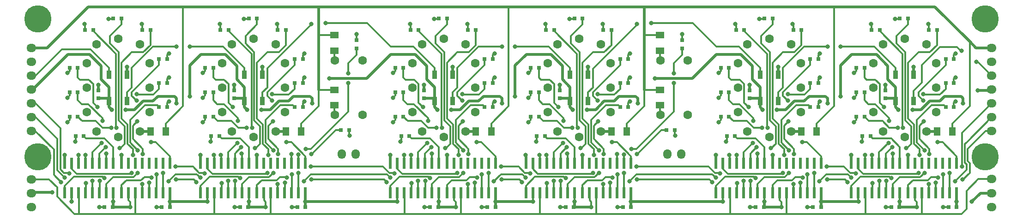
<source format=gbr>
G04 DipTrace 3.1.0.1*
G04 Top-Clock-IN12c.Top.gbr*
%MOIN*%
G04 #@! TF.FileFunction,Copper,L1,Top*
G04 #@! TF.Part,Single*
G04 #@! TA.AperFunction,Conductor*
%ADD14C,0.011811*%
%ADD15C,0.019685*%
%ADD17R,0.031496X0.031496*%
%ADD19R,0.035433X0.059055*%
G04 #@! TA.AperFunction,ComponentPad*
%ADD20O,0.07X0.06*%
%ADD21O,0.06X0.07*%
%ADD23C,0.062992*%
%ADD25C,0.19685*%
%ADD30R,0.047244X0.062992*%
%ADD31R,0.062992X0.047244*%
%ADD32R,0.023622X0.07874*%
G04 #@! TA.AperFunction,ViaPad*
%ADD33C,0.031496*%
%FSLAX26Y26*%
G04*
G70*
G90*
G75*
G01*
G04 Top*
%LPD*%
X1013307Y585354D2*
D14*
Y649528D1*
X1063307Y699528D1*
X1208976D1*
X1240472Y731024D1*
X1382205Y1219213D2*
X1394016Y1207402D1*
X1240472Y894016D2*
X1185354Y949134D1*
Y1114488D1*
X1291654Y1220787D1*
X1380630D1*
X1394016Y1207402D1*
X1063307Y797953D2*
Y916063D1*
X1000315Y979055D1*
X866457D1*
X850709Y994803D1*
X1013307Y797953D2*
Y867638D1*
X1012126Y868819D1*
X1047559Y1055433D2*
X986929D1*
X937323Y1105039D1*
X838898D1*
X807402Y1136535D1*
X963307Y797953D2*
Y871181D1*
X1008189Y916063D1*
X984567Y1106614D2*
Y1126299D1*
X883780Y1227087D1*
X834961D1*
X807402Y1254646D1*
Y1313701D1*
X913307Y797953D2*
Y880236D1*
X980630Y947559D1*
X949134Y1205039D2*
X917638Y1236535D1*
Y1372756D1*
X886142Y1404252D1*
X823150D1*
X807402Y1420000D1*
Y1490866D1*
X863307Y797953D2*
Y860945D1*
X862520D1*
X1086929Y1055433D2*
X1082992D1*
Y1590866D1*
X917638Y1756220D1*
Y1762520D1*
X813307Y797953D2*
Y858976D1*
X811339Y860945D1*
X1108583Y910157D2*
X1114882D1*
X1145984Y941260D1*
Y1065669D1*
X1102677Y1108976D1*
Y1602677D1*
X1039685Y1665669D1*
Y1719213D1*
X1122362Y1801890D1*
Y1845197D1*
X763307Y797953D2*
Y759370D1*
X799528Y723150D1*
X1189291D1*
X1197165Y731024D1*
X1205039Y860945D2*
Y901890D1*
X1165669Y941260D1*
Y1079055D1*
X1122362Y1122362D1*
Y1527874D1*
X1197165Y1602677D1*
X1279843D1*
X1331024Y1653858D1*
Y1762520D1*
X1422756Y585354D2*
Y729843D1*
X1421575Y731024D1*
X1275906Y864882D2*
Y904252D1*
X1205039Y975118D1*
Y1071181D1*
X1236535Y1102677D1*
X1232598Y1252283D2*
X1197165Y1287717D1*
Y1313701D1*
X1394016Y1510551D1*
Y1553858D1*
X1334961Y951496D2*
X1370394D1*
X1472756Y849134D1*
Y797953D1*
X1232598Y1299528D2*
Y1295591D1*
X1352283D1*
X1394016Y1337323D1*
Y1380630D1*
X1453071Y1207402D2*
Y1234961D1*
X1464882Y1246772D1*
X791654Y994803D2*
Y959370D1*
X787717Y955433D1*
X748346Y1136535D2*
Y1112913D1*
X732598Y1097165D1*
X748346Y1313701D2*
Y1290079D1*
X732598Y1274331D1*
X748346Y1490866D2*
Y1467244D1*
X732598Y1451496D1*
X858583Y1762520D2*
Y1801890D1*
X854646Y1805827D1*
X1063307Y1845197D2*
Y1842835D1*
X1027874D1*
X1271969Y1762520D2*
Y1801890D1*
X1268031Y1805827D1*
X1453071Y1553858D2*
Y1581417D1*
X1464882Y1593228D1*
X1453071Y1380630D2*
Y1408189D1*
X1464882Y1420000D1*
X472756Y1231417D2*
X501496D1*
X681417Y1051496D1*
Y754646D1*
X705039Y731024D1*
X740472D1*
X744409Y727087D1*
X740472Y731024D2*
D3*
X964882Y671969D2*
Y586929D1*
X963307Y585354D1*
X713307Y797953D2*
D15*
Y860945D1*
X712913D1*
D14*
Y798346D1*
X713307Y797953D1*
X1122756D2*
D15*
Y860945D1*
X1122362D1*
X960945Y484567D2*
D14*
X1000315D1*
X1413701D2*
X1374331D1*
X1161732Y1441260D2*
D15*
Y1496378D1*
X957008Y1327087D2*
Y1366457D1*
X1938898Y484567D2*
D14*
X1978268D1*
X2391654D2*
X2352283D1*
X1691260Y797953D2*
D15*
Y860945D1*
X1690866D1*
D14*
Y798346D1*
X1691260Y797953D1*
X2100709D2*
D15*
Y860945D1*
X2100315D1*
X2139685Y1441260D2*
Y1496378D1*
X1934961Y1327087D2*
Y1366457D1*
X3310551Y484567D2*
D14*
X3349921D1*
X3763307D2*
X3723937D1*
X3062913Y797953D2*
D15*
Y860945D1*
X3062520D1*
D14*
Y798346D1*
X3062913Y797953D1*
X3472362D2*
D15*
Y860945D1*
X3471969D1*
X3511339Y1441260D2*
Y1496378D1*
X3306614Y1327087D2*
Y1366457D1*
X4288504Y484567D2*
D14*
X4327874D1*
X4741260D2*
X4701890D1*
X4040866Y797953D2*
D15*
Y860945D1*
X4040472D1*
D14*
Y798346D1*
X4040866Y797953D1*
X4450315D2*
D15*
Y860945D1*
X4449921D1*
X4489291Y1441260D2*
Y1496378D1*
X4284567Y1327087D2*
Y1366457D1*
X5660157Y484567D2*
D14*
X5699528D1*
X6112913D2*
X6073543D1*
X5412520Y797953D2*
D15*
Y860945D1*
X5412126D1*
D14*
Y798346D1*
X5412520Y797953D1*
X5821969D2*
D15*
Y860945D1*
X5821575D1*
X5860945Y1441260D2*
Y1496378D1*
X5656220Y1327087D2*
Y1366457D1*
X6638110Y484567D2*
D14*
X6677480D1*
X7090866D2*
X7051496D1*
X6390472Y797953D2*
D15*
Y860945D1*
X6390079D1*
D14*
Y798346D1*
X6390472Y797953D1*
X6799921D2*
D15*
Y860945D1*
X6799528D1*
X6838898Y1441260D2*
Y1496378D1*
X6634173Y1327087D2*
Y1366457D1*
X2100709Y585354D2*
D14*
Y642441D1*
X2135748Y677480D1*
X2242047D1*
X2265669Y701102D1*
X2312913D1*
X2316850Y697165D1*
X3314488Y671969D2*
Y586929D1*
X3312913Y585354D1*
X2490079Y775906D2*
X3009764D1*
X3054646Y731024D1*
X3090079D1*
X3094016Y727087D1*
X3090079Y731024D2*
D3*
X1122756Y585354D2*
Y642441D1*
X1157795Y677480D1*
X1264094D1*
X1287717Y701102D1*
X1334961D1*
X1338898Y697165D1*
X1942835Y671969D2*
Y586929D1*
X1941260Y585354D1*
X1512126Y775906D2*
X1638110D1*
X1682992Y731024D1*
X1718425D1*
X1722362Y727087D1*
X1718425Y731024D2*
D3*
X472756Y1631417D2*
D15*
X584173D1*
X882205Y1929449D1*
X1567244D1*
X2545197D1*
X3915823D1*
X4155827D1*
D14*
X4159370Y1932992D1*
X1441260Y1030236D2*
Y1086929D1*
X1567244Y1212913D1*
Y1929449D1*
X2419213Y1030236D2*
Y1086929D1*
X2545197Y1212913D1*
Y1331024D1*
D15*
Y1724724D1*
Y1929449D1*
X2660157Y1724724D2*
D14*
X2545197D1*
X2660157Y1331024D2*
X2545197D1*
X4155827Y1929449D2*
D15*
X4894803D1*
Y1724724D1*
Y1331024D1*
D14*
Y1212913D1*
X4768819Y1086929D1*
Y1030236D1*
X5009764Y1331024D2*
X4894803D1*
X5009764Y1724724D2*
X4894803D1*
X3915823Y1929449D2*
Y1211886D1*
X3790866Y1086929D1*
Y1030236D1*
X6140472D2*
Y1086929D1*
X6265429Y1211886D1*
Y1929449D1*
D15*
X6993871D1*
X7244409Y1678911D1*
X7289147Y1634173D1*
X7399134D1*
D14*
X7401890Y1631417D1*
X4894803Y1929449D2*
D15*
X6265429D1*
X7118425Y1030236D2*
D14*
Y1086929D1*
X7244409Y1212913D1*
Y1678911D1*
X2308976Y1030236D2*
D15*
X2234173D1*
X1331024D2*
X1256220D1*
X472756Y1431417D2*
D14*
X502283D1*
X693228Y1622362D1*
X897953D1*
X1031811Y1488504D1*
Y1441260D1*
X2139685Y1248346D2*
Y1311339D1*
X2175118Y1346772D1*
Y1486142D1*
X2496378Y1807402D1*
X2492441D1*
X2594803Y1811339D2*
X2895732D1*
X3065024Y1642047D1*
X3227874D1*
X3381417Y1488504D1*
Y1441260D1*
X1161732Y1248346D2*
Y1311339D1*
X1197165Y1346772D1*
Y1488504D1*
X1350709Y1642047D1*
X1520000D1*
X1614488D2*
X1856220D1*
X2009764Y1488504D1*
Y1441260D1*
X1991260Y585354D2*
Y649528D1*
X2041260Y699528D1*
X2186929D1*
X2218425Y731024D1*
X2360157Y1219213D2*
X2371969Y1207402D1*
X2218425Y894016D2*
X2163307Y949134D1*
Y1114488D1*
X2269606Y1220787D1*
X2358583D1*
X2371969Y1207402D1*
X2041260Y797953D2*
Y916063D1*
X1978268Y979055D1*
X1844409D1*
X1828661Y994803D1*
X1991260Y797953D2*
Y867638D1*
X1990079Y868819D1*
X2025512Y1055433D2*
X1964882D1*
X1915276Y1105039D1*
X1816850D1*
X1785354Y1136535D1*
X1941260Y797953D2*
Y871181D1*
X1986142Y916063D1*
X1962520Y1106614D2*
Y1126299D1*
X1861732Y1227087D1*
X1812913D1*
X1785354Y1254646D1*
Y1313701D1*
X1891260Y797953D2*
Y880236D1*
X1958583Y947559D1*
X1927087Y1205039D2*
X1895591Y1236535D1*
Y1372756D1*
X1864094Y1404252D1*
X1801102D1*
X1785354Y1420000D1*
Y1490866D1*
X1841260Y797953D2*
Y860945D1*
X1840472D1*
X2064882Y1055433D2*
X2060945D1*
Y1590866D1*
X1895591Y1756220D1*
Y1762520D1*
X1791260Y797953D2*
Y858976D1*
X1789291Y860945D1*
X2086535Y910157D2*
X2092835D1*
X2123937Y941260D1*
Y1065669D1*
X2080630Y1108976D1*
Y1602677D1*
X2017638Y1665669D1*
Y1719213D1*
X2100315Y1801890D1*
Y1845197D1*
X1741260Y797953D2*
Y759370D1*
X1777480Y723150D1*
X2167244D1*
X2175118Y731024D1*
X2182992Y860945D2*
Y901890D1*
X2143622Y941260D1*
Y1079055D1*
X2100315Y1122362D1*
Y1527874D1*
X2175118Y1602677D1*
X2257795D1*
X2308976Y1653858D1*
Y1762520D1*
X2400709Y585354D2*
Y729843D1*
X2399528Y731024D1*
X2253858Y864882D2*
Y904252D1*
X2182992Y975118D1*
Y1071181D1*
X2214488Y1102677D1*
X2210551Y1252283D2*
X2175118Y1287717D1*
Y1313701D1*
X2371969Y1510551D1*
Y1553858D1*
X2312913Y951496D2*
X2348346D1*
X2450709Y849134D1*
Y797953D1*
X2210551Y1299528D2*
Y1295591D1*
X2330236D1*
X2371969Y1337323D1*
Y1380630D1*
X2431024Y1207402D2*
Y1234961D1*
X2442835Y1246772D1*
X1769606Y994803D2*
Y959370D1*
X1765669Y955433D1*
X1726299Y1136535D2*
Y1112913D1*
X1710551Y1097165D1*
X1726299Y1313701D2*
Y1290079D1*
X1710551Y1274331D1*
X1726299Y1490866D2*
Y1467244D1*
X1710551Y1451496D1*
X1836535Y1762520D2*
Y1801890D1*
X1832598Y1805827D1*
X2041260Y1845197D2*
Y1842835D1*
X2005827D1*
X2249921Y1762520D2*
Y1801890D1*
X2245984Y1805827D1*
X2431024Y1553858D2*
Y1581417D1*
X2442835Y1593228D1*
X2431024Y1380630D2*
Y1408189D1*
X2442835Y1420000D1*
X3362913Y585354D2*
Y649528D1*
X3412913Y699528D1*
X3558583D1*
X3590079Y731024D1*
X3731811Y1219213D2*
X3743622Y1207402D1*
X3590079Y894016D2*
X3534961Y949134D1*
Y1114488D1*
X3641260Y1220787D1*
X3730236D1*
X3743622Y1207402D1*
X3412913Y797953D2*
Y916063D1*
X3349921Y979055D1*
X3216063D1*
X3200315Y994803D1*
X3362913Y797953D2*
Y867638D1*
X3361732Y868819D1*
X3397165Y1055433D2*
X3336535D1*
X3286929Y1105039D1*
X3188504D1*
X3157008Y1136535D1*
X3312913Y797953D2*
Y871181D1*
X3357795Y916063D1*
X3334173Y1106614D2*
Y1126299D1*
X3233386Y1227087D1*
X3184567D1*
X3157008Y1254646D1*
Y1313701D1*
X3262913Y797953D2*
Y880236D1*
X3330236Y947559D1*
X3298740Y1205039D2*
X3267244Y1236535D1*
Y1372756D1*
X3235748Y1404252D1*
X3172756D1*
X3157008Y1420000D1*
Y1490866D1*
X4450315Y585354D2*
Y642441D1*
X4485354Y677480D1*
X4591654D1*
X4615276Y701102D1*
X4662520D1*
X4666457Y697165D1*
X5664094Y671969D2*
Y586929D1*
X5662520Y585354D1*
X4839685Y775906D2*
X5359370D1*
X5404252Y731024D1*
X5439685D1*
X5443622Y727087D1*
X5439685Y731024D2*
D3*
X3212913Y797953D2*
Y860945D1*
X3212126D1*
X3436535Y1055433D2*
X3432598D1*
Y1590866D1*
X3267244Y1756220D1*
Y1762520D1*
X3162913Y797953D2*
Y858976D1*
X3160945Y860945D1*
X3458189Y910157D2*
X3464488D1*
X3495591Y941260D1*
Y1065669D1*
X3452283Y1108976D1*
Y1602677D1*
X3389291Y1665669D1*
Y1719213D1*
X3471969Y1801890D1*
Y1845197D1*
X3112913Y797953D2*
Y759370D1*
X3149134Y723150D1*
X3538898D1*
X3546772Y731024D1*
X3554646Y860945D2*
Y901890D1*
X3515276Y941260D1*
Y1079055D1*
X3471969Y1122362D1*
Y1527874D1*
X3546772Y1602677D1*
X3629449D1*
X3680630Y1653858D1*
Y1762520D1*
X3772362Y585354D2*
Y729843D1*
X3771181Y731024D1*
X3625512Y864882D2*
Y904252D1*
X3554646Y975118D1*
Y1071181D1*
X3586142Y1102677D1*
X3582205Y1252283D2*
X3546772Y1287717D1*
Y1313701D1*
X3743622Y1510551D1*
Y1553858D1*
X1691260Y585354D2*
Y636929D1*
X1757795Y703465D1*
X1966457D1*
X1978268Y691654D1*
X2352283Y719213D2*
Y586929D1*
X2350709Y585354D1*
X3684567Y951496D2*
X3720000D1*
X3822362Y849134D1*
Y797953D1*
X3582205Y1299528D2*
Y1295591D1*
X3701890D1*
X3743622Y1337323D1*
Y1380630D1*
X3802677Y1207402D2*
Y1234961D1*
X3814488Y1246772D1*
X3141260Y994803D2*
Y959370D1*
X3137323Y955433D1*
X3097953Y1136535D2*
Y1112913D1*
X3082205Y1097165D1*
X3097953Y1313701D2*
Y1290079D1*
X3082205Y1274331D1*
X3097953Y1490866D2*
Y1467244D1*
X3082205Y1451496D1*
X3208189Y1762520D2*
Y1801890D1*
X3204252Y1805827D1*
X3412913Y1845197D2*
Y1842835D1*
X3377480D1*
X3621575Y1762520D2*
Y1801890D1*
X3617638Y1805827D1*
X3802677Y1553858D2*
Y1581417D1*
X3814488Y1593228D1*
X3802677Y1380630D2*
Y1408189D1*
X3814488Y1420000D1*
X3680630Y1030236D2*
D15*
X3605827D1*
X3472362Y585354D2*
D14*
Y642441D1*
X3507402Y677480D1*
X3613701D1*
X3637323Y701102D1*
X3684567D1*
X3688504Y697165D1*
X4292441Y671969D2*
Y586929D1*
X4290866Y585354D1*
X3861732Y775906D2*
X3987717D1*
X4032598Y731024D1*
X4068031D1*
X4071969Y727087D1*
X4068031Y731024D2*
D3*
X4658583Y1030236D2*
D15*
X4583780D1*
X3511339Y1248346D2*
D14*
Y1311339D1*
X3546772Y1346772D1*
Y1488504D1*
X3700315Y1642047D1*
X3869606D1*
X3964094D2*
X4205827D1*
X4359370Y1488504D1*
Y1441260D1*
X3062913Y585354D2*
Y636929D1*
X3129449Y703465D1*
X3338110D1*
X3349921Y691654D1*
X3723937Y719213D2*
Y586929D1*
X3722362Y585354D1*
X4340866D2*
Y649528D1*
X4390866Y699528D1*
X4536535D1*
X4568031Y731024D1*
X4709764Y1219213D2*
X4721575Y1207402D1*
X4568031Y894016D2*
X4512913Y949134D1*
Y1114488D1*
X4619213Y1220787D1*
X4708189D1*
X4721575Y1207402D1*
X4390866Y797953D2*
Y916063D1*
X4327874Y979055D1*
X4194016D1*
X4178268Y994803D1*
X4340866Y797953D2*
Y867638D1*
X4339685Y868819D1*
X4375118Y1055433D2*
X4314488D1*
X4264882Y1105039D1*
X4166457D1*
X4134961Y1136535D1*
X4290866Y797953D2*
Y871181D1*
X4335748Y916063D1*
X4312126Y1106614D2*
Y1126299D1*
X4211339Y1227087D1*
X4162520D1*
X4134961Y1254646D1*
Y1313701D1*
X2400709Y797953D2*
Y859764D1*
X2397953Y862520D1*
X2453071Y901890D2*
X2488504D1*
X2760157Y1173543D1*
Y1378268D1*
Y1449134D2*
Y1523937D1*
X2819213Y1582992D1*
Y1630236D1*
X2350709Y797953D2*
Y866457D1*
X2492441D2*
X2496378D1*
X2669606Y1039685D1*
X2707402D1*
X2660157Y1614488D2*
Y1545984D1*
X2664094Y1542047D1*
X2660157Y1220787D2*
Y1152283D1*
X2664094Y1148346D1*
X4240866Y797953D2*
Y880236D1*
X4308189Y947559D1*
X4276693Y1205039D2*
X4245197Y1236535D1*
Y1372756D1*
X4213701Y1404252D1*
X4150709D1*
X4134961Y1420000D1*
Y1490866D1*
X4190866Y797953D2*
Y860945D1*
X4190079D1*
X4414488Y1055433D2*
X4410551D1*
Y1590866D1*
X4245197Y1756220D1*
Y1762520D1*
X4140866Y797953D2*
Y858976D1*
X4138898Y860945D1*
X4436142Y910157D2*
X4442441D1*
X4473543Y941260D1*
Y1065669D1*
X4430236Y1108976D1*
Y1602677D1*
X4367244Y1665669D1*
Y1719213D1*
X4449921Y1801890D1*
Y1845197D1*
X4090866Y797953D2*
Y759370D1*
X4127087Y723150D1*
X4516850D1*
X4524724Y731024D1*
X4532598Y860945D2*
Y901890D1*
X4493228Y941260D1*
Y1079055D1*
X4449921Y1122362D1*
Y1527874D1*
X4524724Y1602677D1*
X4607402D1*
X4658583Y1653858D1*
Y1762520D1*
X4750315Y585354D2*
Y729843D1*
X4749134Y731024D1*
X4603465Y864882D2*
Y904252D1*
X4532598Y975118D1*
Y1071181D1*
X4564094Y1102677D1*
X4560157Y1252283D2*
X4524724Y1287717D1*
Y1313701D1*
X4721575Y1510551D1*
Y1553858D1*
X4662520Y951496D2*
X4697953D1*
X4800315Y849134D1*
Y797953D1*
X4560157Y1299528D2*
Y1295591D1*
X4679843D1*
X4721575Y1337323D1*
Y1380630D1*
X4780630Y1207402D2*
Y1234961D1*
X4792441Y1246772D1*
X4119213Y994803D2*
Y959370D1*
X4115276Y955433D1*
X4075906Y1136535D2*
Y1112913D1*
X4060157Y1097165D1*
X4075906Y1313701D2*
Y1290079D1*
X4060157Y1274331D1*
X4075906Y1490866D2*
Y1467244D1*
X4060157Y1451496D1*
X4186142Y1762520D2*
Y1801890D1*
X4182205Y1805827D1*
X4390866Y1845197D2*
Y1842835D1*
X4355433D1*
X4599528Y1762520D2*
Y1801890D1*
X4595591Y1805827D1*
X4780630Y1553858D2*
Y1581417D1*
X4792441Y1593228D1*
X4780630Y1380630D2*
Y1408189D1*
X4792441Y1420000D1*
X5712520Y585354D2*
Y649528D1*
X5762520Y699528D1*
X5908189D1*
X5939685Y731024D1*
X6081417Y1219213D2*
X6093228Y1207402D1*
X5939685Y894016D2*
X5884567Y949134D1*
Y1114488D1*
X5990866Y1220787D1*
X6079843D1*
X6093228Y1207402D1*
X5762520Y797953D2*
Y916063D1*
X5699528Y979055D1*
X5565669D1*
X5549921Y994803D1*
X4489291Y1248346D2*
Y1311339D1*
X4524724Y1346772D1*
Y1481417D1*
X4850709Y1807402D1*
X4842835D1*
X4945197Y1811339D2*
X5245339D1*
X5414630Y1642047D1*
X5577480D1*
X5731024Y1488504D1*
Y1441260D1*
X4040866Y585354D2*
Y636929D1*
X4107402Y703465D1*
X4316063D1*
X4327874Y691654D1*
X4701890Y719213D2*
Y586929D1*
X4700315Y585354D1*
X4750315Y797953D2*
Y859764D1*
X4747559Y862520D1*
X4802677Y901890D2*
X4838110D1*
X5109764Y1173543D1*
Y1378268D1*
Y1449134D2*
Y1523937D1*
X5168819Y1582992D1*
Y1630236D1*
X4700315Y797953D2*
Y866457D1*
X4842047D2*
X4845984D1*
X5019213Y1039685D1*
X5057008D1*
X5009764Y1614488D2*
Y1545984D1*
X5013701Y1542047D1*
X5009764Y1220787D2*
Y1152283D1*
X5013701Y1148346D1*
X5712520Y797953D2*
Y867638D1*
X5711339Y868819D1*
X5746772Y1055433D2*
X5686142D1*
X5636535Y1105039D1*
X5538110D1*
X5506614Y1136535D1*
X5662520Y797953D2*
Y871181D1*
X5707402Y916063D1*
X5683780Y1106614D2*
Y1126299D1*
X5582992Y1227087D1*
X5534173D1*
X5506614Y1254646D1*
Y1313701D1*
X2819213Y1689291D2*
Y1732598D1*
X2766457Y1039685D2*
Y1001890D1*
X2768031Y1000315D1*
X5612520Y797953D2*
Y880236D1*
X5679843Y947559D1*
X5648346Y1205039D2*
X5616850Y1236535D1*
Y1372756D1*
X5585354Y1404252D1*
X5522362D1*
X5506614Y1420000D1*
Y1490866D1*
X6799921Y585354D2*
Y642441D1*
X6834961Y677480D1*
X6941260D1*
X6964882Y701102D1*
X7012126D1*
X7016063Y697165D1*
X7189291Y775906D2*
Y1018819D1*
X7401890Y1231417D1*
X5168819Y1689291D2*
Y1732598D1*
X5116063Y1039685D2*
Y1001890D1*
X5117638Y1000315D1*
X5562520Y797953D2*
Y860945D1*
X5561732D1*
X5786142Y1055433D2*
X5782205D1*
Y1590866D1*
X5616850Y1756220D1*
Y1762520D1*
X5512520Y797953D2*
Y858976D1*
X5510551Y860945D1*
X5807795Y910157D2*
X5814094D1*
X5845197Y941260D1*
Y1065669D1*
X5801890Y1108976D1*
Y1602677D1*
X5738898Y1665669D1*
Y1719213D1*
X5821575Y1801890D1*
Y1845197D1*
X5462520Y797953D2*
Y759370D1*
X5498740Y723150D1*
X5888504D1*
X5896378Y731024D1*
X5904252Y860945D2*
Y901890D1*
X5864882Y941260D1*
Y1079055D1*
X5821575Y1122362D1*
Y1527874D1*
X5896378Y1602677D1*
X5979055D1*
X6030236Y1653858D1*
Y1762520D1*
X6121969Y585354D2*
Y729843D1*
X6120787Y731024D1*
X5975118Y864882D2*
Y904252D1*
X5904252Y975118D1*
Y1071181D1*
X5935748Y1102677D1*
X5931811Y1252283D2*
X5896378Y1287717D1*
Y1313701D1*
X6093228Y1510551D1*
Y1553858D1*
X6034173Y951496D2*
X6069606D1*
X6171969Y849134D1*
Y797953D1*
X5931811Y1299528D2*
Y1295591D1*
X6051496D1*
X6093228Y1337323D1*
Y1380630D1*
X6152283Y1207402D2*
Y1234961D1*
X6164094Y1246772D1*
X5490866Y994803D2*
Y959370D1*
X5486929Y955433D1*
X5447559Y1136535D2*
Y1112913D1*
X5431811Y1097165D1*
X5447559Y1313701D2*
Y1290079D1*
X5431811Y1274331D1*
X5447559Y1490866D2*
Y1467244D1*
X5431811Y1451496D1*
X5557795Y1762520D2*
Y1801890D1*
X5553858Y1805827D1*
X5762520Y1845197D2*
Y1842835D1*
X5727087D1*
X5971181Y1762520D2*
Y1801890D1*
X5967244Y1805827D1*
X6152283Y1553858D2*
Y1581417D1*
X6164094Y1593228D1*
X6152283Y1380630D2*
Y1408189D1*
X6164094Y1420000D1*
X6030236Y1030236D2*
D15*
X5955433D1*
X5821969Y585354D2*
D14*
Y642441D1*
X5857008Y677480D1*
X5963307D1*
X5986929Y701102D1*
X6034173D1*
X6038110Y697165D1*
X6642047Y671969D2*
Y586929D1*
X6640472Y585354D1*
X6211339Y775906D2*
X6337323D1*
X6382205Y731024D1*
X6417638D1*
X6421575Y727087D1*
X6417638Y731024D2*
D3*
X7008189Y1030236D2*
D15*
X6933386D1*
X5860945Y1248346D2*
D14*
Y1311339D1*
X5896378Y1346772D1*
Y1488504D1*
X6049921Y1642047D1*
X6219213D1*
X6313701D2*
X6555433D1*
X6708976Y1488504D1*
Y1441260D1*
X5412520Y585354D2*
Y636929D1*
X5479055Y703465D1*
X5687717D1*
X5699528Y691654D1*
X6073543Y719213D2*
Y586929D1*
X6071969Y585354D1*
X6690472D2*
Y649528D1*
X6740472Y699528D1*
X6886142D1*
X6917638Y731024D1*
X7059370Y1219213D2*
X7071181Y1207402D1*
X6917638Y894016D2*
X6862520Y949134D1*
Y1114488D1*
X6968819Y1220787D1*
X7057795D1*
X7071181Y1207402D1*
X6740472Y797953D2*
Y916063D1*
X6677480Y979055D1*
X6543622D1*
X6527874Y994803D1*
X6690472Y797953D2*
Y867638D1*
X6689291Y868819D1*
X6724724Y1055433D2*
X6664094D1*
X6614488Y1105039D1*
X6516063D1*
X6484567Y1136535D1*
X6640472Y797953D2*
Y871181D1*
X6685354Y916063D1*
X6661732Y1106614D2*
Y1126299D1*
X6560945Y1227087D1*
X6512126D1*
X6484567Y1254646D1*
Y1313701D1*
X6590472Y797953D2*
Y880236D1*
X6657795Y947559D1*
X6626299Y1205039D2*
X6594803Y1236535D1*
Y1372756D1*
X6563307Y1404252D1*
X6500315D1*
X6484567Y1420000D1*
Y1490866D1*
X6540472Y797953D2*
Y860945D1*
X6539685D1*
X6764094Y1055433D2*
X6760157D1*
Y1590866D1*
X6594803Y1756220D1*
Y1762520D1*
X6490472Y797953D2*
Y858976D1*
X6488504Y860945D1*
X6785748Y910157D2*
X6792047D1*
X6823150Y941260D1*
Y1065669D1*
X6779843Y1108976D1*
Y1602677D1*
X6716850Y1665669D1*
Y1719213D1*
X6799528Y1801890D1*
Y1845197D1*
X6440472Y797953D2*
Y759370D1*
X6476693Y723150D1*
X6866457D1*
X6874331Y731024D1*
X6882205Y860945D2*
Y901890D1*
X6842835Y941260D1*
Y1079055D1*
X6799528Y1122362D1*
Y1527874D1*
X6874331Y1602677D1*
X6957008D1*
X7008189Y1653858D1*
Y1762520D1*
X7099921Y585354D2*
Y729843D1*
X7098740Y731024D1*
X6953071Y864882D2*
Y904252D1*
X6882205Y975118D1*
Y1071181D1*
X6913701Y1102677D1*
X6909764Y1252283D2*
X6874331Y1287717D1*
Y1313701D1*
X7071181Y1510551D1*
Y1553858D1*
X7012126Y951496D2*
X7047559D1*
X7149921Y849134D1*
Y797953D1*
X6909764Y1299528D2*
Y1295591D1*
X7029449D1*
X7071181Y1337323D1*
Y1380630D1*
X7130236Y1207402D2*
Y1234961D1*
X7142047Y1246772D1*
X6468819Y994803D2*
Y959370D1*
X6464882Y955433D1*
X6425512Y1136535D2*
Y1112913D1*
X6409764Y1097165D1*
X6425512Y1313701D2*
Y1290079D1*
X6409764Y1274331D1*
X6425512Y1490866D2*
Y1467244D1*
X6409764Y1451496D1*
X6535748Y1762520D2*
Y1801890D1*
X6531811Y1805827D1*
X6740472Y1845197D2*
Y1842835D1*
X6705039D1*
X6949134Y1762520D2*
Y1801890D1*
X6945197Y1805827D1*
X7130236Y1553858D2*
Y1581417D1*
X7142047Y1593228D1*
X7130236Y1380630D2*
Y1408189D1*
X7142047Y1420000D1*
X6390472Y585354D2*
Y636929D1*
X6457008Y703465D1*
X6665669D1*
X6677480Y691654D1*
X7051496Y719213D2*
Y586929D1*
X7049921Y585354D1*
X6838898Y1248346D2*
Y1323150D1*
X6897953Y1382205D1*
Y1508189D1*
X7027874Y1638110D1*
X7153858D1*
X7177480Y1614488D1*
X7185354D1*
X7291654Y1531811D2*
X7301496D1*
X7401890Y1431417D1*
X472756Y1131417D2*
X503071D1*
X657795Y976693D1*
Y750709D1*
X712913Y695591D1*
X1323150Y660157D2*
Y585748D1*
X1322756Y585354D1*
X913701Y671969D2*
Y585748D1*
X913307Y585354D1*
X2301102Y660157D2*
Y585748D1*
X2300709Y585354D1*
X1891654Y671969D2*
Y585748D1*
X1891260Y585354D1*
X1460945Y669606D2*
X1511394Y720055D1*
X1666402D1*
X1690866Y695591D1*
X3672756Y660157D2*
Y585748D1*
X3672362Y585354D1*
X3263307Y671969D2*
Y585748D1*
X3262913Y585354D1*
X2438898Y669606D2*
X2489836Y720545D1*
X3037566D1*
X3062520Y695591D1*
X4650709Y660157D2*
Y585748D1*
X4650315Y585354D1*
X4241260Y671969D2*
Y585748D1*
X4240866Y585354D1*
X4040472Y695591D2*
X4016008Y720055D1*
X3861000D1*
X3810551Y669606D1*
X6022362Y660157D2*
Y585748D1*
X6021969Y585354D1*
X5612913Y671969D2*
Y585748D1*
X5612520Y585354D1*
X7000315Y660157D2*
Y585748D1*
X6999921Y585354D1*
X6590866Y671969D2*
Y585748D1*
X6590472Y585354D1*
X6390079Y695591D2*
X6365614Y720055D1*
X6210606D1*
X6160157Y669606D1*
X4788504D2*
X4839442Y720545D1*
X5387172D1*
X5412126Y695591D1*
X7138110Y669606D2*
X7220787Y752283D1*
Y791654D1*
X7208976Y803465D1*
Y938504D1*
X7220787Y950315D1*
X7401890Y1131417D1*
X472756Y1031417D2*
X500709D1*
X634173Y897953D1*
Y715276D1*
X685354Y664094D1*
X866457Y656220D2*
Y588504D1*
X863307Y585354D1*
X1271969Y648346D2*
Y586142D1*
X1272756Y585354D1*
X1844409Y656220D2*
Y588504D1*
X1841260Y585354D1*
X2249921Y648346D2*
Y586142D1*
X2250709Y585354D1*
X1516063Y681417D2*
X1645984D1*
X1663307Y664094D1*
X3216063Y656220D2*
Y588504D1*
X3212913Y585354D1*
X3621575Y648346D2*
Y586142D1*
X3622362Y585354D1*
X2494016Y681417D2*
X3017638D1*
X3034961Y664094D1*
X4194016Y656220D2*
Y588504D1*
X4190866Y585354D1*
X4599528Y648346D2*
Y586142D1*
X4600315Y585354D1*
X3865669Y681417D2*
X3995591D1*
X4012913Y664094D1*
X5565669Y656220D2*
Y588504D1*
X5562520Y585354D1*
X5971181Y648346D2*
Y586142D1*
X5971969Y585354D1*
X6543622Y656220D2*
Y588504D1*
X6540472Y585354D1*
X6949134Y648346D2*
Y586142D1*
X6949921Y585354D1*
X6215276Y681417D2*
X6345197D1*
X6362520Y664094D1*
X4843622Y681417D2*
X5367244D1*
X5384567Y664094D1*
X7193228Y681417D2*
X7197165D1*
X7244409Y728661D1*
Y799528D1*
X7228661Y815276D1*
Y901890D1*
X7358189Y1031417D1*
X7401890D1*
X4550315Y585354D2*
Y433386D1*
X4142835D1*
Y583386D1*
X4140866Y585354D1*
X3162913D2*
X3164882Y583386D1*
Y433386D1*
X3572362D1*
X4142835D1*
X1791260Y585354D2*
X1793228Y583386D1*
Y433386D1*
X2200709D1*
X3164882D1*
X3572362Y585354D2*
Y433386D1*
X472756Y684567D2*
X599528D1*
X657795Y626299D1*
Y559370D1*
X783780Y433386D1*
X815276D1*
Y583386D1*
X813307Y585354D1*
X2200709D2*
Y433386D1*
X6899921Y585354D2*
Y433386D1*
X6492441D1*
Y583386D1*
X6490472Y585354D1*
X5512520D2*
X5514488Y583386D1*
Y433386D1*
X5921969D1*
X6492441D1*
X5921969Y585354D2*
Y433386D1*
X4550315D2*
X5514488D1*
X815276D2*
X1222756D1*
X1793228D1*
X1222756Y585354D2*
Y433386D1*
X7401890Y684961D2*
X7307008D1*
X7220787Y598740D1*
Y468819D1*
X7185354Y433386D1*
X6899921D1*
X713307Y585354D2*
Y636929D1*
X779843Y703465D1*
X988504D1*
X1000315Y691654D1*
X1374331Y719213D2*
Y586929D1*
X1372756Y585354D1*
X1063307Y523937D2*
Y585354D1*
Y523937D2*
D15*
Y488504D1*
D14*
X1059370Y484567D1*
D15*
X1185354D1*
X1472756D2*
Y523937D1*
Y585354D1*
X763307D2*
D14*
Y524724D1*
X764094Y523937D1*
X1189291Y480630D2*
X1185354Y484567D1*
Y520000D1*
X1173543Y531811D1*
Y584567D1*
X1172756Y585354D1*
X622362Y590866D2*
D15*
X479055D1*
X472756Y584567D1*
X2041260Y523937D2*
D14*
Y585354D1*
Y523937D2*
D15*
Y488504D1*
D14*
X2037323Y484567D1*
D15*
X2163307D1*
X2450709D2*
Y523937D1*
Y585354D1*
X1741260D2*
D14*
Y524724D1*
X1742047Y523937D1*
X2167244Y480630D2*
X2163307Y484567D1*
Y520000D1*
X2151496Y531811D1*
Y584567D1*
X2150709Y585354D1*
X1472756Y523937D2*
D15*
X1742047D1*
X3412913D2*
D14*
Y585354D1*
Y523937D2*
D15*
Y488504D1*
D14*
X3408976Y484567D1*
D15*
X3534961D1*
X3822362D2*
Y523937D1*
Y585354D1*
X3112913D2*
D14*
Y524724D1*
X3113701Y523937D1*
X3538898Y480630D2*
X3534961Y484567D1*
Y520000D1*
X3523150Y531811D1*
Y584567D1*
X3522362Y585354D1*
X2450709Y523937D2*
D15*
X3113701D1*
X4390866D2*
D14*
Y585354D1*
Y523937D2*
D15*
Y488504D1*
D14*
X4386929Y484567D1*
D15*
X4512913D1*
X4800315D2*
Y523937D1*
Y585354D1*
X4090866D2*
D14*
Y524724D1*
X4091654Y523937D1*
X4516850Y480630D2*
X4512913Y484567D1*
Y520000D1*
X4501102Y531811D1*
Y584567D1*
X4500315Y585354D1*
X3822362Y523937D2*
D15*
X4091654D1*
X4800315D2*
X5463307D1*
X5762520D2*
D14*
Y585354D1*
Y523937D2*
D15*
Y488504D1*
D14*
X5758583Y484567D1*
D15*
X5884567D1*
X6171969D2*
Y523937D1*
Y585354D1*
X5462520D2*
D14*
Y524724D1*
X5463307Y523937D1*
X5888504Y480630D2*
X5884567Y484567D1*
Y520000D1*
X5872756Y531811D1*
Y584567D1*
X5871969Y585354D1*
X6740472Y523937D2*
Y585354D1*
Y523937D2*
D15*
Y488504D1*
D14*
X6736535Y484567D1*
D15*
X6862520D1*
X7149921D2*
Y523937D1*
Y585354D1*
X6440472D2*
D14*
Y524724D1*
X6441260Y523937D1*
X6866457Y480630D2*
X6862520Y484567D1*
Y520000D1*
X6850709Y531811D1*
Y584567D1*
X6849921Y585354D1*
X6171969Y523937D2*
D15*
X6441260D1*
X7260157D2*
X7320787Y584567D1*
X7401890D1*
X3306614Y1268031D2*
X3369606D1*
X3381417Y1256220D1*
Y1248346D1*
Y1205039D1*
X3401102Y1185354D1*
X3503465D2*
X3566457D1*
X3629449Y1248346D1*
X3700315D1*
X3735748Y1283780D1*
X3853858D1*
X3869606Y1268031D1*
Y1232598D1*
X2622362Y1413701D2*
X2893228D1*
X3066457Y1586929D1*
X3243622D1*
X3326299Y1504252D1*
Y1405827D1*
X3381417Y1350709D1*
Y1252283D1*
D14*
Y1248346D1*
X1031811D2*
Y1252283D1*
D15*
Y1350709D1*
X976693Y1405827D1*
Y1504252D1*
X894016Y1586929D1*
X736535D1*
X481024Y1331417D1*
X472756D1*
X1031811Y1248346D2*
D14*
D3*
X957008Y1268031D2*
D15*
X1020000D1*
X1031811Y1256220D1*
Y1248346D1*
Y1205039D1*
X1051496Y1185354D1*
X1153858D2*
X1216850D1*
X1279843Y1248346D1*
X1350709D1*
X1386142Y1283780D1*
X1504252D1*
X1520000Y1268031D1*
Y1232598D1*
X2009764Y1248346D2*
D14*
Y1252283D1*
D15*
Y1350709D1*
X1954646Y1405827D1*
Y1504252D1*
X1871969Y1586929D1*
X1694803D1*
X1614488Y1506614D1*
Y1283780D1*
X1934961Y1268031D2*
X1997953D1*
X2009764Y1256220D1*
Y1248346D1*
Y1205039D1*
X2029449Y1185354D1*
X2131811D2*
X2194803D1*
X2257795Y1248346D1*
X2328661D1*
X2364094Y1283780D1*
X2482205D1*
X2497953Y1268031D1*
Y1232598D1*
X2009764Y1248346D2*
D14*
D3*
X4284567Y1268031D2*
D15*
X4347559D1*
X4359370Y1256220D1*
Y1248346D1*
Y1205039D1*
X4379055Y1185354D1*
X4481417D2*
X4544409D1*
X4607402Y1248346D1*
X4678268D1*
X4713701Y1283780D1*
X4831811D1*
X4847559Y1268031D1*
Y1232598D1*
X3964094Y1283780D2*
Y1506614D1*
X4044409Y1586929D1*
X4221575D1*
X4304252Y1504252D1*
Y1405827D1*
X4359370Y1350709D1*
Y1252283D1*
D14*
Y1248346D1*
X5656220Y1268031D2*
D15*
X5719213D1*
X5731024Y1256220D1*
Y1248346D1*
Y1205039D1*
X5750709Y1185354D1*
X5853071D2*
X5916063D1*
X5979055Y1248346D1*
X6049921D1*
X6085354Y1283780D1*
X6203465D1*
X6219213Y1268031D1*
Y1232598D1*
X4971969Y1413701D2*
X5242835D1*
X5416063Y1586929D1*
X5593228D1*
X5675906Y1504252D1*
Y1405827D1*
X5731024Y1350709D1*
Y1252283D1*
D14*
Y1248346D1*
X6634173Y1268031D2*
D15*
X6697165D1*
X6708976Y1256220D1*
Y1248346D1*
Y1205039D1*
X6728661Y1185354D1*
X6831024D2*
X6894016D1*
X6957008Y1248346D1*
X7027874D1*
X7063307Y1283780D1*
X7181417D1*
X7197165Y1268031D1*
Y1232598D1*
X6313701Y1283780D2*
Y1506614D1*
X6394016Y1586929D1*
X6571181D1*
X6653858Y1504252D1*
Y1405827D1*
X6708976Y1350709D1*
Y1252283D1*
D14*
Y1248346D1*
X5731024D2*
D3*
X7301102Y1327087D2*
D15*
X7397559D1*
D14*
X7401890Y1331417D1*
D33*
X1240472Y731024D3*
X964882Y671969D3*
X3314488D3*
X1942835D3*
X2218425Y731024D3*
X3590079D3*
X5664094Y671969D3*
X4292441D3*
X4568031Y731024D3*
X5939685D3*
X6642047Y671969D3*
X6917638Y731024D3*
X455039Y1883780D3*
Y1805039D3*
Y887717D3*
Y808976D3*
X520000Y1919213D3*
Y1765669D3*
Y923150D3*
Y769606D3*
X584961Y1883780D3*
Y1805039D3*
Y887717D3*
Y808976D3*
X622362Y590866D3*
X685354Y664094D3*
X712913Y860945D3*
Y695591D3*
X732598Y1451496D3*
Y1274331D3*
Y1097165D3*
X744409Y727087D3*
X764094Y523937D3*
X787717Y955433D3*
X811339Y860945D3*
X854646Y1805827D3*
X862520Y860945D3*
X866457Y656220D3*
X913701Y671969D3*
X949134Y1205039D3*
X957008Y1366457D3*
X960945Y484567D3*
X980630Y947559D3*
X984567Y1106614D3*
X1000315Y691654D3*
X1008189Y916063D3*
X1012126Y868819D3*
X1027874Y1842835D3*
X1047559Y1055433D3*
X1051496Y1185354D3*
X1063307Y523937D3*
X1086929Y1055433D3*
X1108583Y910157D3*
X1122362Y860945D3*
X1153858Y1185354D3*
X1161732Y1496378D3*
X1185354Y484567D3*
X1197165Y731024D3*
X1205039Y860945D3*
X1232598Y1299528D3*
Y1252283D3*
X1236535Y1102677D3*
X1240472Y894016D3*
X1268031Y1805827D3*
X1271969Y648346D3*
X1275906Y864882D3*
X1323150Y660157D3*
X1334961Y951496D3*
X1338898Y697165D3*
X1374331Y719213D3*
Y484567D3*
X1421575Y731024D3*
X1460945Y669606D3*
X1464882Y1593228D3*
Y1420000D3*
Y1246772D3*
X1472756Y523937D3*
X1512126Y775906D3*
X1516063Y681417D3*
X1520000Y1642047D3*
Y1232598D3*
X1614488Y1642047D3*
Y1283780D3*
X1663307Y664094D3*
X1690866Y860945D3*
Y695591D3*
X1710551Y1451496D3*
Y1274331D3*
Y1097165D3*
X1722362Y727087D3*
X1742047Y523937D3*
X1765669Y955433D3*
X1789291Y860945D3*
X1832598Y1805827D3*
X1840472Y860945D3*
X1844409Y656220D3*
X1891654Y671969D3*
X1927087Y1205039D3*
X1934961Y1366457D3*
X1938898Y484567D3*
X1958583Y947559D3*
X1962520Y1106614D3*
X1978268Y691654D3*
X1986142Y916063D3*
X1990079Y868819D3*
X2005827Y1842835D3*
X2025512Y1055433D3*
X2029449Y1185354D3*
X2041260Y523937D3*
X2064882Y1055433D3*
X2086535Y910157D3*
X2100315Y860945D3*
X2131811Y1185354D3*
X2139685Y1496378D3*
X2163307Y484567D3*
X2175118Y731024D3*
X2182992Y860945D3*
X2210551Y1299528D3*
Y1252283D3*
X2214488Y1102677D3*
X2218425Y894016D3*
X2245984Y1805827D3*
X2249921Y648346D3*
X2253858Y864882D3*
X2301102Y660157D3*
X2312913Y951496D3*
X2316850Y697165D3*
X2350709Y866457D3*
X2352283Y719213D3*
Y484567D3*
X2397953Y862520D3*
X2399528Y731024D3*
X2438898Y669606D3*
X2442835Y1593228D3*
Y1420000D3*
Y1246772D3*
X2450709Y523937D3*
X2453071Y901890D3*
X2490079Y775906D3*
X2492441Y1807402D3*
Y866457D3*
X2494016Y681417D3*
X2497953Y1232598D3*
X2594803Y1811339D3*
X2622362Y1413701D3*
X2760157Y1449134D3*
Y1378268D3*
X2768031Y1000315D3*
X2819213Y1732598D3*
X3034961Y664094D3*
X3062520Y860945D3*
Y695591D3*
X3082205Y1451496D3*
Y1274331D3*
Y1097165D3*
X3094016Y727087D3*
X3113701Y523937D3*
X3137323Y955433D3*
X3160945Y860945D3*
X3204252Y1805827D3*
X3212126Y860945D3*
X3216063Y656220D3*
X3263307Y671969D3*
X3298740Y1205039D3*
X3306614Y1366457D3*
X3310551Y484567D3*
X3330236Y947559D3*
X3334173Y1106614D3*
X3349921Y691654D3*
X3357795Y916063D3*
X3361732Y868819D3*
X3377480Y1842835D3*
X3397165Y1055433D3*
X3401102Y1185354D3*
X3412913Y523937D3*
X3436535Y1055433D3*
X3458189Y910157D3*
X3471969Y860945D3*
X3503465Y1185354D3*
X3511339Y1496378D3*
X3534961Y484567D3*
X3546772Y731024D3*
X3554646Y860945D3*
X3582205Y1299528D3*
Y1252283D3*
X3586142Y1102677D3*
X3590079Y894016D3*
X3617638Y1805827D3*
X3621575Y648346D3*
X3625512Y864882D3*
X3672756Y660157D3*
X3684567Y951496D3*
X3688504Y697165D3*
X3723937Y719213D3*
Y484567D3*
X3771181Y731024D3*
X3810551Y669606D3*
X3814488Y1593228D3*
Y1420000D3*
Y1246772D3*
X3822362Y523937D3*
X3861732Y775906D3*
X3865669Y681417D3*
X3869606Y1642047D3*
Y1232598D3*
X3964094Y1642047D3*
Y1283780D3*
X4012913Y664094D3*
X4040472Y860945D3*
Y695591D3*
X4060157Y1451496D3*
Y1274331D3*
Y1097165D3*
X4071969Y727087D3*
X4091654Y523937D3*
X4115276Y955433D3*
X4138898Y860945D3*
X4182205Y1805827D3*
X4190079Y860945D3*
X4194016Y656220D3*
X4241260Y671969D3*
X4276693Y1205039D3*
X4284567Y1366457D3*
X4288504Y484567D3*
X4308189Y947559D3*
X4312126Y1106614D3*
X4327874Y691654D3*
X4335748Y916063D3*
X4339685Y868819D3*
X4355433Y1842835D3*
X4375118Y1055433D3*
X4379055Y1185354D3*
X4390866Y523937D3*
X4414488Y1055433D3*
X4436142Y910157D3*
X4449921Y860945D3*
X4481417Y1185354D3*
X4489291Y1496378D3*
X4512913Y484567D3*
X4524724Y731024D3*
X4532598Y860945D3*
X4560157Y1299528D3*
Y1252283D3*
X4564094Y1102677D3*
X4568031Y894016D3*
X4595591Y1805827D3*
X4599528Y648346D3*
X4603465Y864882D3*
X4650709Y660157D3*
X4662520Y951496D3*
X4666457Y697165D3*
X4700315Y866457D3*
X4701890Y719213D3*
Y484567D3*
X4747559Y862520D3*
X4749134Y731024D3*
X4788504Y669606D3*
X4792441Y1593228D3*
Y1420000D3*
Y1246772D3*
X4800315Y523937D3*
X4802677Y901890D3*
X4839685Y775906D3*
X4842047Y866457D3*
X4842835Y1807402D3*
X4843622Y681417D3*
X4847559Y1232598D3*
X4945197Y1811339D3*
X4971969Y1413701D3*
X5109764Y1449134D3*
Y1378268D3*
X5117638Y1000315D3*
X5168819Y1732598D3*
X5384567Y664094D3*
X5412126Y860945D3*
Y695591D3*
X5431811Y1451496D3*
Y1274331D3*
Y1097165D3*
X5443622Y727087D3*
X5463307Y523937D3*
X5486929Y955433D3*
X5510551Y860945D3*
X5553858Y1805827D3*
X5561732Y860945D3*
X5565669Y656220D3*
X5612913Y671969D3*
X5648346Y1205039D3*
X5656220Y1366457D3*
X5660157Y484567D3*
X5679843Y947559D3*
X5683780Y1106614D3*
X5699528Y691654D3*
X5707402Y916063D3*
X5711339Y868819D3*
X5727087Y1842835D3*
X5746772Y1055433D3*
X5750709Y1185354D3*
X5762520Y523937D3*
X5786142Y1055433D3*
X5807795Y910157D3*
X5821575Y860945D3*
X5853071Y1185354D3*
X5860945Y1496378D3*
X5884567Y484567D3*
X5896378Y731024D3*
X5904252Y860945D3*
X5931811Y1299528D3*
Y1252283D3*
X5935748Y1102677D3*
X5939685Y894016D3*
X5967244Y1805827D3*
X5971181Y648346D3*
X5975118Y864882D3*
X6022362Y660157D3*
X6034173Y951496D3*
X6038110Y697165D3*
X6073543Y719213D3*
Y484567D3*
X6120787Y731024D3*
X6160157Y669606D3*
X6164094Y1593228D3*
Y1420000D3*
Y1246772D3*
X6171969Y523937D3*
X6211339Y775906D3*
X6215276Y681417D3*
X6219213Y1642047D3*
Y1232598D3*
X6313701Y1642047D3*
Y1283780D3*
X6362520Y664094D3*
X6390079Y860945D3*
Y695591D3*
X6409764Y1451496D3*
Y1274331D3*
Y1097165D3*
X6421575Y727087D3*
X6441260Y523937D3*
X6464882Y955433D3*
X6488504Y860945D3*
X6531811Y1805827D3*
X6539685Y860945D3*
X6543622Y656220D3*
X6590866Y671969D3*
X6626299Y1205039D3*
X6634173Y1366457D3*
X6638110Y484567D3*
X6657795Y947559D3*
X6661732Y1106614D3*
X6677480Y691654D3*
X6685354Y916063D3*
X6689291Y868819D3*
X6705039Y1842835D3*
X6724724Y1055433D3*
X6728661Y1185354D3*
X6740472Y523937D3*
X6764094Y1055433D3*
X6785748Y910157D3*
X6799528Y860945D3*
X6831024Y1185354D3*
X6838898Y1496378D3*
X6862520Y484567D3*
X6874331Y731024D3*
X6882205Y860945D3*
X6909764Y1299528D3*
Y1252283D3*
X6913701Y1102677D3*
X6917638Y894016D3*
X6945197Y1805827D3*
X6949134Y648346D3*
X6953071Y864882D3*
X7000315Y660157D3*
X7012126Y951496D3*
X7016063Y697165D3*
X7051496Y719213D3*
Y484567D3*
X7098740Y731024D3*
X7138110Y669606D3*
X7142047Y1593228D3*
Y1420000D3*
Y1246772D3*
X7149921Y523937D3*
X7185354Y1614488D3*
X7189291Y775906D3*
X7193228Y681417D3*
X7197165Y1232598D3*
X7260157Y523937D3*
X7289685Y1883780D3*
Y1805039D3*
Y887717D3*
Y808976D3*
X7291654Y1531811D3*
X7301102Y1327087D3*
X7354646Y1919213D3*
Y1765669D3*
Y923150D3*
Y769606D3*
X7419606Y1883780D3*
Y1805039D3*
Y887717D3*
Y808976D3*
D17*
X957008Y1268031D3*
Y1327087D3*
X1000315Y484567D3*
X1059370D3*
X1413701D3*
X1472756D3*
X1934961Y1268031D3*
Y1327087D3*
X1978268Y484567D3*
X2037323D3*
X2391654D3*
X2450709D3*
X3306614Y1268031D3*
Y1327087D3*
X3349921Y484567D3*
X3408976D3*
X3763307D3*
X3822362D3*
X4284567Y1268031D3*
Y1327087D3*
X4327874Y484567D3*
X4386929D3*
X4741260D3*
X4800315D3*
X5656220Y1268031D3*
Y1327087D3*
X5699528Y484567D3*
X5758583D3*
X6112913D3*
X6171969D3*
X6634173Y1268031D3*
Y1327087D3*
X6677480Y484567D3*
X6736535D3*
X7090866D3*
X7149921D3*
D19*
X1031811Y1248346D3*
X1161732D3*
Y1441260D3*
X1031811D3*
X2009764Y1248346D3*
X2139685D3*
Y1441260D3*
X2009764D3*
X3381417Y1248346D3*
X3511339D3*
Y1441260D3*
X3381417D3*
X4359370Y1248346D3*
X4489291D3*
Y1441260D3*
X4359370D3*
X5731024Y1248346D3*
X5860945D3*
Y1441260D3*
X5731024D3*
X6708976Y1248346D3*
X6838898D3*
Y1441260D3*
X6708976D3*
D20*
X472756Y1531417D3*
Y1631417D3*
Y1331417D3*
Y1431417D3*
Y1131417D3*
Y1031417D3*
Y1231417D3*
Y684567D3*
Y484567D3*
Y584567D3*
D21*
X2812520Y866457D3*
X2712520D3*
X5162126D3*
X5062126D3*
D20*
X7401890Y1531417D3*
Y1631417D3*
Y1331417D3*
Y1431417D3*
Y1131417D3*
Y1031417D3*
Y1231417D3*
Y684961D3*
Y484567D3*
Y584567D3*
D23*
X2664094Y1542047D3*
X2860945D3*
X2664094Y1148346D3*
X2860945D3*
X5013701Y1542047D3*
X5210551D3*
X5013701Y1148346D3*
X5210551D3*
X1098740Y1699528D3*
X1325118Y1345197D3*
Y1522362D3*
X1098740Y990866D3*
X1325118Y1168031D3*
X1256220Y1030236D3*
Y1660157D3*
X941260D3*
X872362Y1522362D3*
Y1345197D3*
Y1168031D3*
X941260Y1030236D3*
X2076693Y1699528D3*
X2303071Y1345197D3*
Y1522362D3*
X2076693Y990866D3*
X2303071Y1168031D3*
X2234173Y1030236D3*
Y1660157D3*
X1919213D3*
X1850315Y1522362D3*
Y1345197D3*
Y1168031D3*
X1919213Y1030236D3*
X3448346Y1699528D3*
X3674724Y1345197D3*
Y1522362D3*
X3448346Y990866D3*
X3674724Y1168031D3*
X3605827Y1030236D3*
Y1660157D3*
X3290866D3*
X3221969Y1522362D3*
Y1345197D3*
Y1168031D3*
X3290866Y1030236D3*
X4426299Y1699528D3*
X4652677Y1345197D3*
Y1522362D3*
X4426299Y990866D3*
X4652677Y1168031D3*
X4583780Y1030236D3*
Y1660157D3*
X4268819D3*
X4199921Y1522362D3*
Y1345197D3*
Y1168031D3*
X4268819Y1030236D3*
X5797953Y1699528D3*
X6024331Y1345197D3*
Y1522362D3*
X5797953Y990866D3*
X6024331Y1168031D3*
X5955433Y1030236D3*
Y1660157D3*
X5640472D3*
X5571575Y1522362D3*
Y1345197D3*
Y1168031D3*
X5640472Y1030236D3*
X6775906Y1699528D3*
X7002283Y1345197D3*
Y1522362D3*
X6775906Y990866D3*
X7002283Y1168031D3*
X6933386Y1030236D3*
Y1660157D3*
X6618425D3*
X6549528Y1522362D3*
Y1345197D3*
Y1168031D3*
X6618425Y1030236D3*
D25*
X520000Y1842835D3*
Y846772D3*
X7354646Y1842835D3*
Y846772D3*
D17*
X807402Y1490866D3*
X748346D3*
X807402Y1313701D3*
X748346D3*
X807402Y1136535D3*
X748346D3*
X850709Y994803D3*
X791654D3*
X917638Y1762520D3*
X858583D3*
X1122362Y1845197D3*
X1063307D3*
X1331024Y1762520D3*
X1271969D3*
D30*
X1331024Y1030236D3*
X1441260D3*
D17*
X1394016Y1553858D3*
X1453071D3*
X1394016Y1380630D3*
X1453071D3*
X1394016Y1207402D3*
X1453071D3*
X1785354Y1490866D3*
X1726299D3*
X1785354Y1313701D3*
X1726299D3*
X1785354Y1136535D3*
X1726299D3*
X1828661Y994803D3*
X1769606D3*
X1895591Y1762520D3*
X1836535D3*
X2100315Y1845197D3*
X2041260D3*
X2308976Y1762520D3*
X2249921D3*
D30*
X2308976Y1030236D3*
X2419213D3*
D17*
X2371969Y1553858D3*
X2431024D3*
X2371969Y1380630D3*
X2431024D3*
X2371969Y1207402D3*
X2431024D3*
D31*
X2660157Y1614488D3*
Y1724724D3*
Y1220787D3*
Y1331024D3*
D17*
X2766457Y1039685D3*
X2707402D3*
X2819213Y1689291D3*
Y1630236D3*
X3157008Y1490866D3*
X3097953D3*
X3157008Y1313701D3*
X3097953D3*
X3157008Y1136535D3*
X3097953D3*
X3200315Y994803D3*
X3141260D3*
X3267244Y1762520D3*
X3208189D3*
X3471969Y1845197D3*
X3412913D3*
X3680630Y1762520D3*
X3621575D3*
D30*
X3680630Y1030236D3*
X3790866D3*
D17*
X3743622Y1553858D3*
X3802677D3*
X3743622Y1380630D3*
X3802677D3*
X3743622Y1207402D3*
X3802677D3*
X4134961Y1490866D3*
X4075906D3*
X4134961Y1313701D3*
X4075906D3*
X4134961Y1136535D3*
X4075906D3*
X4178268Y994803D3*
X4119213D3*
X4245197Y1762520D3*
X4186142D3*
X4449921Y1845197D3*
X4390866D3*
X4658583Y1762520D3*
X4599528D3*
D30*
X4658583Y1030236D3*
X4768819D3*
D17*
X4721575Y1553858D3*
X4780630D3*
X4721575Y1380630D3*
X4780630D3*
X4721575Y1207402D3*
X4780630D3*
D31*
X5009764Y1614488D3*
Y1724724D3*
Y1220787D3*
Y1331024D3*
D17*
X5116063Y1039685D3*
X5057008D3*
X5168819Y1689291D3*
Y1630236D3*
X5506614Y1490866D3*
X5447559D3*
X5506614Y1313701D3*
X5447559D3*
X5506614Y1136535D3*
X5447559D3*
X5549921Y994803D3*
X5490866D3*
X5616850Y1762520D3*
X5557795D3*
X5821575Y1845197D3*
X5762520D3*
X6030236Y1762520D3*
X5971181D3*
D30*
X6030236Y1030236D3*
X6140472D3*
D17*
X6093228Y1553858D3*
X6152283D3*
X6093228Y1380630D3*
X6152283D3*
X6093228Y1207402D3*
X6152283D3*
X6484567Y1490866D3*
X6425512D3*
X6484567Y1313701D3*
X6425512D3*
X6484567Y1136535D3*
X6425512D3*
X6527874Y994803D3*
X6468819D3*
X6594803Y1762520D3*
X6535748D3*
X6799528Y1845197D3*
X6740472D3*
X7008189Y1762520D3*
X6949134D3*
D30*
X7008189Y1030236D3*
X7118425D3*
D17*
X7071181Y1553858D3*
X7130236D3*
X7071181Y1380630D3*
X7130236D3*
X7071181Y1207402D3*
X7130236D3*
D32*
X1063307Y797953D3*
X1013307D3*
X963307D3*
X913307D3*
X863307D3*
X813307D3*
X763307D3*
X713307D3*
Y585354D3*
X763307D3*
X813307D3*
X863307D3*
X913307D3*
X963307D3*
X1013307D3*
X1063307D3*
X1472756Y797953D3*
X1422756D3*
X1372756D3*
X1322756D3*
X1272756D3*
X1222756D3*
X1172756D3*
X1122756D3*
Y585354D3*
X1172756D3*
X1222756D3*
X1272756D3*
X1322756D3*
X1372756D3*
X1422756D3*
X1472756D3*
X2041260Y797953D3*
X1991260D3*
X1941260D3*
X1891260D3*
X1841260D3*
X1791260D3*
X1741260D3*
X1691260D3*
Y585354D3*
X1741260D3*
X1791260D3*
X1841260D3*
X1891260D3*
X1941260D3*
X1991260D3*
X2041260D3*
X2450709Y797953D3*
X2400709D3*
X2350709D3*
X2300709D3*
X2250709D3*
X2200709D3*
X2150709D3*
X2100709D3*
Y585354D3*
X2150709D3*
X2200709D3*
X2250709D3*
X2300709D3*
X2350709D3*
X2400709D3*
X2450709D3*
X3412913Y797953D3*
X3362913D3*
X3312913D3*
X3262913D3*
X3212913D3*
X3162913D3*
X3112913D3*
X3062913D3*
Y585354D3*
X3112913D3*
X3162913D3*
X3212913D3*
X3262913D3*
X3312913D3*
X3362913D3*
X3412913D3*
X3822362Y797953D3*
X3772362D3*
X3722362D3*
X3672362D3*
X3622362D3*
X3572362D3*
X3522362D3*
X3472362D3*
Y585354D3*
X3522362D3*
X3572362D3*
X3622362D3*
X3672362D3*
X3722362D3*
X3772362D3*
X3822362D3*
X4390866Y797953D3*
X4340866D3*
X4290866D3*
X4240866D3*
X4190866D3*
X4140866D3*
X4090866D3*
X4040866D3*
Y585354D3*
X4090866D3*
X4140866D3*
X4190866D3*
X4240866D3*
X4290866D3*
X4340866D3*
X4390866D3*
X4800315Y797953D3*
X4750315D3*
X4700315D3*
X4650315D3*
X4600315D3*
X4550315D3*
X4500315D3*
X4450315D3*
Y585354D3*
X4500315D3*
X4550315D3*
X4600315D3*
X4650315D3*
X4700315D3*
X4750315D3*
X4800315D3*
X5762520Y797953D3*
X5712520D3*
X5662520D3*
X5612520D3*
X5562520D3*
X5512520D3*
X5462520D3*
X5412520D3*
Y585354D3*
X5462520D3*
X5512520D3*
X5562520D3*
X5612520D3*
X5662520D3*
X5712520D3*
X5762520D3*
X6171969Y797953D3*
X6121969D3*
X6071969D3*
X6021969D3*
X5971969D3*
X5921969D3*
X5871969D3*
X5821969D3*
Y585354D3*
X5871969D3*
X5921969D3*
X5971969D3*
X6021969D3*
X6071969D3*
X6121969D3*
X6171969D3*
X6740472Y797953D3*
X6690472D3*
X6640472D3*
X6590472D3*
X6540472D3*
X6490472D3*
X6440472D3*
X6390472D3*
Y585354D3*
X6440472D3*
X6490472D3*
X6540472D3*
X6590472D3*
X6640472D3*
X6690472D3*
X6740472D3*
X7149921Y797953D3*
X7099921D3*
X7049921D3*
X6999921D3*
X6949921D3*
X6899921D3*
X6849921D3*
X6799921D3*
Y585354D3*
X6849921D3*
X6899921D3*
X6949921D3*
X6999921D3*
X7049921D3*
X7099921D3*
X7149921D3*
M02*

</source>
